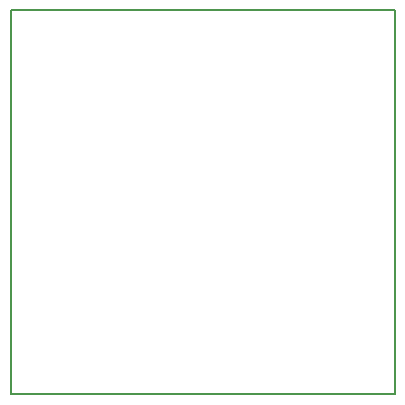
<source format=gbr>
%FSLAX34Y34*%
%MOMM*%
%LNOUTLINE*%
G71*
G01*
%ADD10C, 0.15*%
%LPD*%
G54D10*
X325438Y325438D02*
X0Y325438D01*
X0Y0D01*
X325438Y0D01*
X325438Y325438D01*
M02*

</source>
